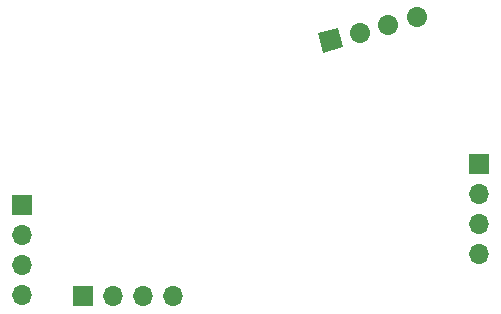
<source format=gbr>
G04 #@! TF.GenerationSoftware,KiCad,Pcbnew,(5.1.4)-1*
G04 #@! TF.CreationDate,2023-01-08T18:49:22-05:00*
G04 #@! TF.ProjectId,ThumbsUp,5468756d-6273-4557-902e-6b696361645f,rev?*
G04 #@! TF.SameCoordinates,Original*
G04 #@! TF.FileFunction,Copper,L1,Top*
G04 #@! TF.FilePolarity,Positive*
%FSLAX46Y46*%
G04 Gerber Fmt 4.6, Leading zero omitted, Abs format (unit mm)*
G04 Created by KiCad (PCBNEW (5.1.4)-1) date 2023-01-08 18:49:22*
%MOMM*%
%LPD*%
G04 APERTURE LIST*
%ADD10C,1.700000*%
%ADD11C,1.700000*%
%ADD12C,0.100000*%
%ADD13O,1.700000X1.700000*%
%ADD14R,1.700000X1.700000*%
G04 APERTURE END LIST*
D10*
X124447136Y-343218390D03*
D11*
X124447136Y-343218390D02*
X124447136Y-343218390D01*
D10*
X121993684Y-343875790D03*
D11*
X121993684Y-343875790D02*
X121993684Y-343875790D01*
D10*
X119540233Y-344533191D03*
D11*
X119540233Y-344533191D02*
X119540233Y-344533191D01*
D10*
X117086781Y-345190591D03*
D12*
G36*
X116045748Y-344589550D02*
G01*
X117687822Y-344149558D01*
X118127814Y-345791632D01*
X116485740Y-346231624D01*
X116045748Y-344589550D01*
X116045748Y-344589550D01*
G37*
D13*
X90963380Y-366777892D03*
X90963380Y-364237892D03*
X90963380Y-361697892D03*
D14*
X90963380Y-359157892D03*
D13*
X129681859Y-363278713D03*
X129681859Y-360738713D03*
X129681859Y-358198713D03*
D14*
X129681859Y-355658713D03*
D13*
X103790670Y-366874574D03*
X101250670Y-366874574D03*
X98710670Y-366874574D03*
D14*
X96170670Y-366874574D03*
M02*

</source>
